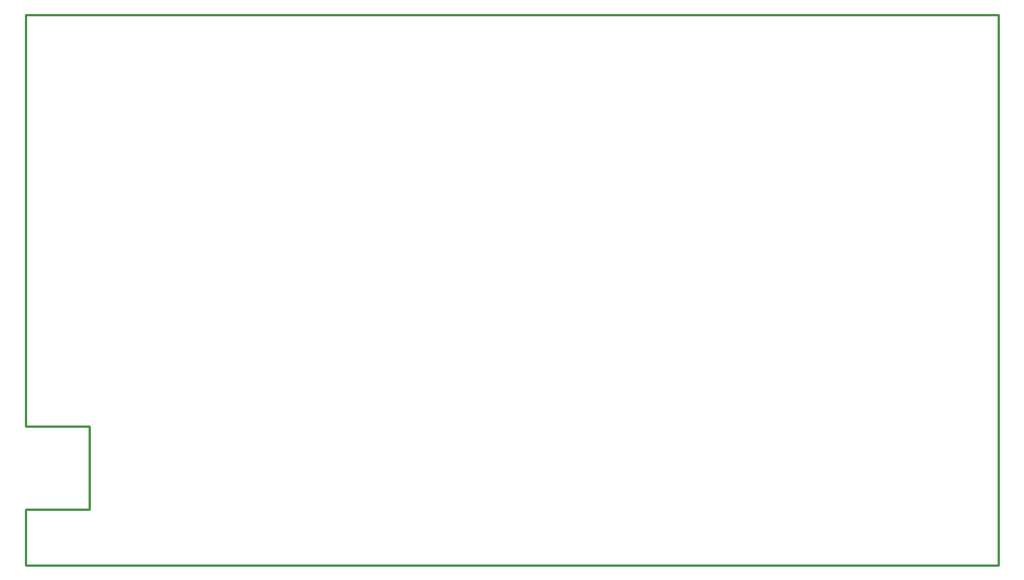
<source format=gko>
G04*
G04 #@! TF.GenerationSoftware,Altium Limited,Altium Designer,22.0.2 (36)*
G04*
G04 Layer_Color=16711935*
%FSLAX25Y25*%
%MOIN*%
G70*
G04*
G04 #@! TF.SameCoordinates,42502384-103D-4A38-82C6-637D6536F92D*
G04*
G04*
G04 #@! TF.FilePolarity,Positive*
G04*
G01*
G75*
%ADD14C,0.01000*%
D14*
X0Y59500D02*
Y236221D01*
Y59500D02*
X27500D01*
X0Y0D02*
X417323D01*
Y236221D01*
X0D02*
X417323D01*
X27500Y24000D02*
Y59500D01*
X0Y24000D02*
X27500D01*
X0Y0D02*
Y24000D01*
M02*

</source>
